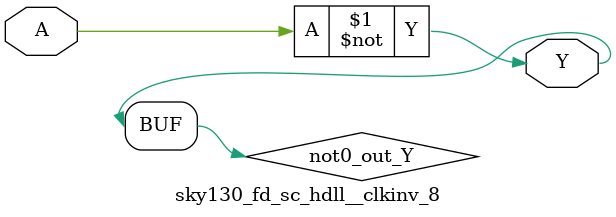
<source format=v>
/*
 * Copyright 2020 The SkyWater PDK Authors
 *
 * Licensed under the Apache License, Version 2.0 (the "License");
 * you may not use this file except in compliance with the License.
 * You may obtain a copy of the License at
 *
 *     https://www.apache.org/licenses/LICENSE-2.0
 *
 * Unless required by applicable law or agreed to in writing, software
 * distributed under the License is distributed on an "AS IS" BASIS,
 * WITHOUT WARRANTIES OR CONDITIONS OF ANY KIND, either express or implied.
 * See the License for the specific language governing permissions and
 * limitations under the License.
 *
 * SPDX-License-Identifier: Apache-2.0
*/


`ifndef SKY130_FD_SC_HDLL__CLKINV_8_FUNCTIONAL_V
`define SKY130_FD_SC_HDLL__CLKINV_8_FUNCTIONAL_V

/**
 * clkinv: Clock tree inverter.
 *
 * Verilog simulation functional model.
 */

`timescale 1ns / 1ps
`default_nettype none

`celldefine
module sky130_fd_sc_hdll__clkinv_8 (
    Y,
    A
);

    // Module ports
    output Y;
    input  A;

    // Local signals
    wire not0_out_Y;

    //  Name  Output      Other arguments
    not not0 (not0_out_Y, A              );
    buf buf0 (Y         , not0_out_Y     );

endmodule
`endcelldefine

`default_nettype wire
`endif  // SKY130_FD_SC_HDLL__CLKINV_8_FUNCTIONAL_V

</source>
